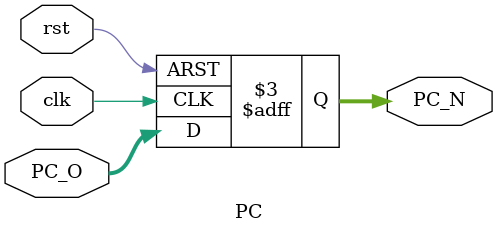
<source format=v>
/*================================================================================================*
 * File name : PC.v                                                                               *
 * Author    : Sherif Omar                                                                        *
 * Linkedin  : https://www.linkedin.com/in/sherif-omar-23829b222/                                 *
 * Email     : sherifomar661@gmail.com  "If you have any questions, feel free to contact me"      *
 * Date      : Mar 03 , 2022                                                                      *
 *================================================================================================*/

module PC(
input wire [31:0] PC_O,
input wire clk,rst,
output reg [31:0] PC_N
);

always @(posedge clk , negedge rst)
begin
  if(!rst)
    PC_N<=32'b0;
  else
    PC_N<= PC_O;
end

endmodule
</source>
